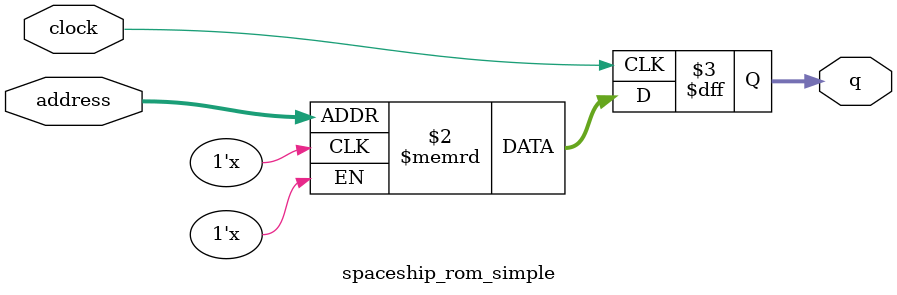
<source format=sv>
module spaceship_rom_simple (
	input logic clock,
	input logic [9:0] address,
	output logic [2:0] q
);

logic [2:0] memory [0:1023] /* synthesis ram_init_file = "./spaceship/spaceship.COE" */;

always_ff @ (posedge clock) begin
	q <= memory[address];
end

endmodule

</source>
